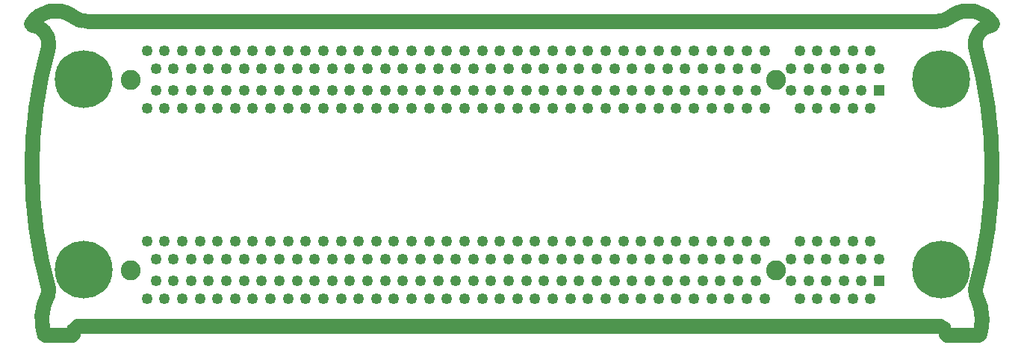
<source format=gts>
%FSLAX25Y25*%
%MOIN*%
G70*
G01*
G75*
G04 Layer_Color=8388736*
%ADD10C,0.00700*%
%ADD11C,0.01200*%
%ADD12C,0.01600*%
%ADD13C,0.25000*%
%ADD14C,0.04134*%
%ADD15C,0.08071*%
%ADD16R,0.04134X0.04134*%
%ADD17R,0.03150X0.03347*%
%ADD18R,0.04331X0.05906*%
%ADD19C,0.02000*%
%ADD20C,0.01200*%
%ADD21C,0.02362*%
%ADD22C,0.00787*%
%ADD23C,0.00800*%
%ADD24C,0.06500*%
%ADD25C,0.25800*%
%ADD26C,0.04934*%
%ADD27C,0.08871*%
%ADD28R,0.04934X0.04934*%
D24*
X-400078Y-28851D02*
G03*
X-399597Y-29201I478J151D01*
G01*
X-387600D02*
G03*
X-387099Y-28700I0J501D01*
G01*
D02*
G03*
X-387112Y-28584I-501J0D01*
G01*
X-387112D02*
G03*
X-387111Y-28587I2762J634D01*
G01*
X-385040Y-25201D02*
G03*
X-387112Y-28584I691J-2748D01*
G01*
X2434Y-28200D02*
G03*
X-137Y-25201I-3034J0D01*
G01*
X2403Y-28629D02*
G03*
X2434Y-28200I-3004J429D01*
G01*
X2403Y-28629D02*
G03*
X2900Y-29201I496J-71D01*
G01*
X16897D02*
G03*
X17378Y-28851I3J501D01*
G01*
D02*
G03*
X18437Y-21965I-21861J6886D01*
G01*
D02*
G03*
X15988Y-11656I-22920J0D01*
G01*
D02*
G03*
X15968Y-11620I-448J-226D01*
G01*
Y-11620D02*
G03*
X15948Y-11575I-468J-180D01*
G01*
X15348Y-8925D02*
G03*
X15948Y-11575I5655J-113D01*
G01*
X15348Y-8925D02*
G03*
X15383Y-8836I-448J225D01*
G01*
Y-8836D02*
G03*
X22902Y45500I-192572J54336D01*
G01*
D02*
G03*
X15393Y99800I-200092J0D01*
G01*
X22665Y109203D02*
G03*
X15393Y99800I1085J-8353D01*
G01*
X22665Y109203D02*
G03*
X23101Y109700I-65J497D01*
G01*
D02*
G03*
X23021Y109972I-501J0D01*
G01*
X23021D02*
G03*
X5528Y113721I-10621J-6872D01*
G01*
X5528Y113721D02*
G03*
X5470Y113678I272J-421D01*
G01*
Y113678D02*
G03*
X5473Y113680I-7755J9007D01*
G01*
X-2488Y110801D02*
G03*
X5470Y113678I204J11884D01*
G01*
X-2488Y110801D02*
G03*
X-2500Y110801I-12J-501D01*
G01*
X-380200D02*
G03*
X-380212Y110801I0J-501D01*
G01*
Y110801D02*
G03*
X-380209Y110801I-204J11884D01*
G01*
X-388170Y113678D02*
G03*
X-380212Y110801I7755J9007D01*
G01*
X-388173Y113680D02*
G03*
X-388170Y113678I7757J9005D01*
G01*
Y113678D02*
G03*
X-388228Y113721I-330J-378D01*
G01*
X-388228Y113721D02*
G03*
X-405721Y109972I-6872J-10621D01*
G01*
X-405721D02*
G03*
X-405365Y109203I421J-272D01*
G01*
X-398027Y100850D02*
G03*
X-405365Y109203I-8423J0D01*
G01*
X-398093Y99800D02*
G03*
X-398027Y100850I-8357J1050D01*
G01*
X-398093Y99800D02*
G03*
X-398092Y-8803I192583J-54300D01*
G01*
X-398092D02*
G03*
X-398100Y-8934I492J-97D01*
G01*
X-398087Y-9319D02*
G03*
X-398100Y-8934I-5656J0D01*
G01*
X-398507Y-11457D02*
G03*
X-398087Y-9319I-5237J2137D01*
G01*
X-398507Y-11457D02*
G03*
X-398688Y-11656I267J-425D01*
G01*
D02*
G03*
X-400078Y-28851I20470J-10309D01*
G01*
X-399597Y-29201D02*
X-387600D01*
X-387112Y-28584D02*
X-387111Y-28587D01*
X-385040Y-25201D02*
X-137D01*
X2900Y-29201D02*
X16897D01*
X15968Y-11620D02*
Y-11620D01*
X15948Y-11575D02*
X15948D01*
X15348Y-8925D02*
X15348D01*
X15383Y-8836D02*
Y-8836D01*
X23021Y109972D02*
X23021D01*
X5528Y113721D02*
X5528Y113721D01*
X5470Y113678D02*
X5473Y113680D01*
X-2488Y110801D02*
Y110801D01*
X-380200Y110801D02*
X-2500D01*
X-380212Y110801D02*
X-380209Y110801D01*
X-388173Y113680D02*
X-388170Y113678D01*
Y113678D02*
Y113678D01*
X-388228Y113721D02*
X-388228Y113721D01*
X-405721Y109972D02*
X-405721D01*
X-398092Y-8803D02*
X-398092D01*
D25*
X-382500Y85000D02*
D03*
Y0D02*
D03*
X0D02*
D03*
Y85000D02*
D03*
D26*
X-354272Y12717D02*
D03*
X-346398D02*
D03*
X-338524D02*
D03*
X-330650D02*
D03*
X-322776D02*
D03*
X-314902D02*
D03*
X-307028D02*
D03*
X-299154D02*
D03*
X-291280D02*
D03*
X-283406D02*
D03*
X-275532D02*
D03*
X-267657D02*
D03*
X-259783D02*
D03*
X-251909D02*
D03*
X-244035D02*
D03*
X-236161D02*
D03*
X-228287D02*
D03*
X-220413D02*
D03*
X-350335Y4843D02*
D03*
X-342461D02*
D03*
X-334587D02*
D03*
X-326713D02*
D03*
X-318839D02*
D03*
X-310965D02*
D03*
X-303091D02*
D03*
X-295217D02*
D03*
X-287343D02*
D03*
X-279469D02*
D03*
X-271594D02*
D03*
X-263720D02*
D03*
X-255846D02*
D03*
X-247972D02*
D03*
X-240098D02*
D03*
X-232224D02*
D03*
X-224350D02*
D03*
X-350335Y-5000D02*
D03*
X-342461D02*
D03*
X-334587D02*
D03*
X-326713D02*
D03*
X-318839D02*
D03*
X-310965D02*
D03*
X-303091D02*
D03*
X-295217D02*
D03*
X-287343D02*
D03*
X-279469D02*
D03*
X-271594D02*
D03*
X-263720D02*
D03*
X-255846D02*
D03*
X-247972D02*
D03*
X-240098D02*
D03*
X-232224D02*
D03*
X-224350D02*
D03*
X-354272Y-12874D02*
D03*
X-346398D02*
D03*
X-338524D02*
D03*
X-330650D02*
D03*
X-322776D02*
D03*
X-314902D02*
D03*
X-307028D02*
D03*
X-299154D02*
D03*
X-291280D02*
D03*
X-283406D02*
D03*
X-275532D02*
D03*
X-267657D02*
D03*
X-259783D02*
D03*
X-251909D02*
D03*
X-244035D02*
D03*
X-236161D02*
D03*
X-228287D02*
D03*
X-220413D02*
D03*
X-157421D02*
D03*
X-153484Y-5000D02*
D03*
Y4843D02*
D03*
X-149547Y12717D02*
D03*
X-141673D02*
D03*
X-133799D02*
D03*
X-125925D02*
D03*
X-118051D02*
D03*
X-110177D02*
D03*
X-102303D02*
D03*
X-94429D02*
D03*
X-86555D02*
D03*
X-78681D02*
D03*
X-145610Y4843D02*
D03*
X-137736D02*
D03*
X-129862D02*
D03*
X-121988D02*
D03*
X-114114D02*
D03*
X-106240D02*
D03*
X-98366D02*
D03*
X-90492D02*
D03*
X-82618D02*
D03*
X-145610Y-5000D02*
D03*
X-137736D02*
D03*
X-129862D02*
D03*
X-121988D02*
D03*
X-114114D02*
D03*
X-106240D02*
D03*
X-98366D02*
D03*
X-90492D02*
D03*
X-82618D02*
D03*
X-149547Y-12874D02*
D03*
X-141673D02*
D03*
X-133799D02*
D03*
X-125925D02*
D03*
X-118051D02*
D03*
X-110177D02*
D03*
X-102303D02*
D03*
X-94429D02*
D03*
X-86555D02*
D03*
X-78681D02*
D03*
X-62933Y12717D02*
D03*
X-55059D02*
D03*
X-47185D02*
D03*
X-39311D02*
D03*
X-31437D02*
D03*
X-66870Y4843D02*
D03*
X-58996D02*
D03*
X-51122D02*
D03*
X-43248D02*
D03*
X-35374D02*
D03*
X-27500D02*
D03*
X-62933Y-12874D02*
D03*
X-55059D02*
D03*
X-47185D02*
D03*
X-39311D02*
D03*
X-31437D02*
D03*
X-66870Y-5000D02*
D03*
X-58996D02*
D03*
X-51122D02*
D03*
X-43248D02*
D03*
X-35374D02*
D03*
X-165295Y-12874D02*
D03*
X-173169D02*
D03*
X-181043D02*
D03*
X-188917D02*
D03*
X-196791D02*
D03*
X-204665D02*
D03*
X-212539D02*
D03*
X-161358Y-5000D02*
D03*
X-169232D02*
D03*
X-177106D02*
D03*
X-184980D02*
D03*
X-192854D02*
D03*
X-200728D02*
D03*
X-208602D02*
D03*
X-216476D02*
D03*
X-161358Y4843D02*
D03*
X-169232D02*
D03*
X-177106D02*
D03*
X-184980D02*
D03*
X-192854D02*
D03*
X-200728D02*
D03*
X-208602D02*
D03*
X-216476D02*
D03*
X-157421Y12717D02*
D03*
X-165295D02*
D03*
X-173169D02*
D03*
X-181043D02*
D03*
X-188917D02*
D03*
X-196791D02*
D03*
X-204665D02*
D03*
X-212539D02*
D03*
X-354272Y97717D02*
D03*
X-346398D02*
D03*
X-338524D02*
D03*
X-330650D02*
D03*
X-322776D02*
D03*
X-314902D02*
D03*
X-307028D02*
D03*
X-299154D02*
D03*
X-291280D02*
D03*
X-283406D02*
D03*
X-275532D02*
D03*
X-267657D02*
D03*
X-259783D02*
D03*
X-251909D02*
D03*
X-244035D02*
D03*
X-236161D02*
D03*
X-228287D02*
D03*
X-220413D02*
D03*
X-350335Y89843D02*
D03*
X-342461D02*
D03*
X-334587D02*
D03*
X-326713D02*
D03*
X-318839D02*
D03*
X-310965D02*
D03*
X-303091D02*
D03*
X-295217D02*
D03*
X-287343D02*
D03*
X-279469D02*
D03*
X-271594D02*
D03*
X-263720D02*
D03*
X-255846D02*
D03*
X-247972D02*
D03*
X-240098D02*
D03*
X-232224D02*
D03*
X-224350D02*
D03*
X-350335Y80000D02*
D03*
X-342461D02*
D03*
X-334587D02*
D03*
X-326713D02*
D03*
X-318839D02*
D03*
X-310965D02*
D03*
X-303091D02*
D03*
X-295217D02*
D03*
X-287343D02*
D03*
X-279469D02*
D03*
X-271594D02*
D03*
X-263720D02*
D03*
X-255846D02*
D03*
X-247972D02*
D03*
X-240098D02*
D03*
X-232224D02*
D03*
X-224350D02*
D03*
X-354272Y72126D02*
D03*
X-346398D02*
D03*
X-338524D02*
D03*
X-330650D02*
D03*
X-322776D02*
D03*
X-314902D02*
D03*
X-307028D02*
D03*
X-299154D02*
D03*
X-291280D02*
D03*
X-283406D02*
D03*
X-275532D02*
D03*
X-267657D02*
D03*
X-259783D02*
D03*
X-251909D02*
D03*
X-244035D02*
D03*
X-236161D02*
D03*
X-228287D02*
D03*
X-220413D02*
D03*
X-157421D02*
D03*
X-153484Y80000D02*
D03*
Y89843D02*
D03*
X-149547Y97717D02*
D03*
X-141673D02*
D03*
X-133799D02*
D03*
X-125925D02*
D03*
X-118051D02*
D03*
X-110177D02*
D03*
X-102303D02*
D03*
X-94429D02*
D03*
X-86555D02*
D03*
X-78681D02*
D03*
X-145610Y89843D02*
D03*
X-137736D02*
D03*
X-129862D02*
D03*
X-121988D02*
D03*
X-114114D02*
D03*
X-106240D02*
D03*
X-98366D02*
D03*
X-90492D02*
D03*
X-82618D02*
D03*
X-145610Y80000D02*
D03*
X-137736D02*
D03*
X-129862D02*
D03*
X-121988D02*
D03*
X-114114D02*
D03*
X-106240D02*
D03*
X-98366D02*
D03*
X-90492D02*
D03*
X-82618D02*
D03*
X-149547Y72126D02*
D03*
X-141673D02*
D03*
X-133799D02*
D03*
X-125925D02*
D03*
X-118051D02*
D03*
X-110177D02*
D03*
X-102303D02*
D03*
X-94429D02*
D03*
X-86555D02*
D03*
X-78681D02*
D03*
X-62933Y97717D02*
D03*
X-55059D02*
D03*
X-47185D02*
D03*
X-39311D02*
D03*
X-31437D02*
D03*
X-66870Y89843D02*
D03*
X-58996D02*
D03*
X-51122D02*
D03*
X-43248D02*
D03*
X-35374D02*
D03*
X-27500D02*
D03*
X-62933Y72126D02*
D03*
X-55059D02*
D03*
X-47185D02*
D03*
X-39311D02*
D03*
X-31437D02*
D03*
X-66870Y80000D02*
D03*
X-58996D02*
D03*
X-51122D02*
D03*
X-43248D02*
D03*
X-35374D02*
D03*
X-165295Y72126D02*
D03*
X-173169D02*
D03*
X-181043D02*
D03*
X-188917D02*
D03*
X-196791D02*
D03*
X-204665D02*
D03*
X-212539D02*
D03*
X-161358Y80000D02*
D03*
X-169232D02*
D03*
X-177106D02*
D03*
X-184980D02*
D03*
X-192854D02*
D03*
X-200728D02*
D03*
X-208602D02*
D03*
X-216476D02*
D03*
X-161358Y89843D02*
D03*
X-169232D02*
D03*
X-177106D02*
D03*
X-184980D02*
D03*
X-192854D02*
D03*
X-200728D02*
D03*
X-208602D02*
D03*
X-216476D02*
D03*
X-157421Y97717D02*
D03*
X-165295D02*
D03*
X-173169D02*
D03*
X-181043D02*
D03*
X-188917D02*
D03*
X-196791D02*
D03*
X-204665D02*
D03*
X-212539D02*
D03*
D27*
X-361358Y-79D02*
D03*
X-73366D02*
D03*
X-361358Y84921D02*
D03*
X-73366D02*
D03*
D28*
X-27500Y-5000D02*
D03*
Y80000D02*
D03*
M02*

</source>
